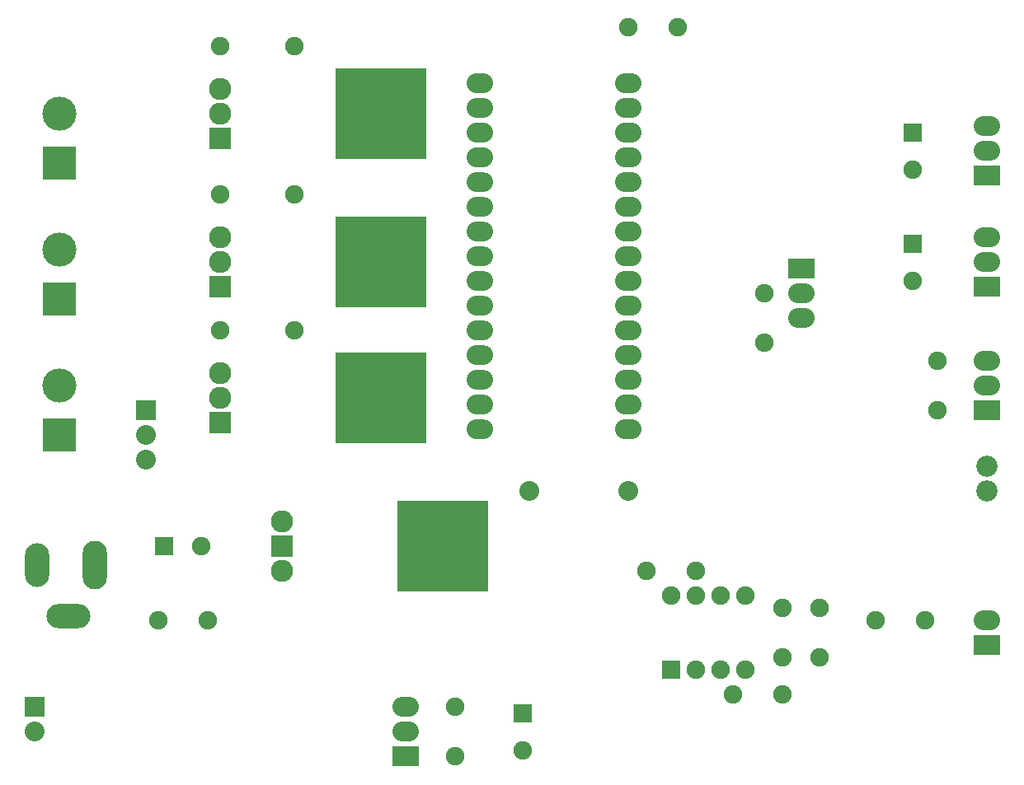
<source format=gts>
G04 #@! TF.GenerationSoftware,KiCad,Pcbnew,5.0.0-fee4fd1~66~ubuntu16.04.1*
G04 #@! TF.CreationDate,2018-09-21T19:17:15+02:00*
G04 #@! TF.ProjectId,smartbed,736D6172746265642E6B696361645F70,rev?*
G04 #@! TF.SameCoordinates,Original*
G04 #@! TF.FileFunction,Soldermask,Top*
G04 #@! TF.FilePolarity,Negative*
%FSLAX46Y46*%
G04 Gerber Fmt 4.6, Leading zero omitted, Abs format (unit mm)*
G04 Created by KiCad (PCBNEW 5.0.0-fee4fd1~66~ubuntu16.04.1) date Fri Sep 21 19:17:15 2018*
%MOMM*%
%LPD*%
G01*
G04 APERTURE LIST*
%ADD10R,9.398000X9.398000*%
%ADD11C,2.286000*%
%ADD12R,2.286000X2.286000*%
%ADD13R,2.707640X2.032000*%
%ADD14O,2.707640X2.032000*%
%ADD15R,2.032000X2.032000*%
%ADD16C,2.032000*%
%ADD17R,3.507740X3.507740*%
%ADD18C,3.507740*%
%ADD19C,2.184400*%
%ADD20R,1.905000X1.905000*%
%ADD21C,1.905000*%
%ADD22O,2.705100X2.032000*%
%ADD23O,4.508500X2.506980*%
%ADD24O,2.506980X4.508500*%
%ADD25O,2.506980X5.008880*%
G04 APERTURE END LIST*
D10*
G04 #@! TO.C,Q2*
X130810000Y-80010000D03*
D11*
X114300000Y-77470000D03*
X114300000Y-80010000D03*
D12*
X114300000Y-82550000D03*
G04 #@! TD*
D10*
G04 #@! TO.C,Q1*
X130810000Y-93980000D03*
D11*
X114300000Y-91440000D03*
X114300000Y-93980000D03*
D12*
X114300000Y-96520000D03*
G04 #@! TD*
D10*
G04 #@! TO.C,Q3*
X130810000Y-64770000D03*
D11*
X114300000Y-62230000D03*
X114300000Y-64770000D03*
D12*
X114300000Y-67310000D03*
G04 #@! TD*
D13*
G04 #@! TO.C,K3*
X193040000Y-82550000D03*
D14*
X193040000Y-80010000D03*
X193040000Y-77470000D03*
G04 #@! TD*
D13*
G04 #@! TO.C,K1*
X193040000Y-95250000D03*
D14*
X193040000Y-92710000D03*
X193040000Y-90170000D03*
G04 #@! TD*
D13*
G04 #@! TO.C,K4*
X193040000Y-71120000D03*
D14*
X193040000Y-68580000D03*
X193040000Y-66040000D03*
G04 #@! TD*
D13*
G04 #@! TO.C,RV1*
X173990000Y-80645000D03*
D14*
X173990000Y-83185000D03*
X173990000Y-85725000D03*
G04 #@! TD*
D13*
G04 #@! TO.C,K2*
X133350000Y-130810000D03*
D14*
X133350000Y-128270000D03*
X133350000Y-125730000D03*
G04 #@! TD*
D13*
G04 #@! TO.C,P2*
X193040000Y-119380000D03*
D14*
X193040000Y-116840000D03*
G04 #@! TD*
D15*
G04 #@! TO.C,JP2*
X106680000Y-95250000D03*
D16*
X106680000Y-97790000D03*
X106680000Y-100330000D03*
G04 #@! TD*
D15*
G04 #@! TO.C,JP1*
X95250000Y-125730000D03*
D16*
X95250000Y-128270000D03*
G04 #@! TD*
D17*
G04 #@! TO.C,P4*
X97790000Y-83820000D03*
D18*
X97790000Y-78740000D03*
G04 #@! TD*
D17*
G04 #@! TO.C,P5*
X97790000Y-69850000D03*
D18*
X97790000Y-64770000D03*
G04 #@! TD*
D17*
G04 #@! TO.C,P3*
X97790000Y-97790000D03*
D18*
X97790000Y-92710000D03*
G04 #@! TD*
D19*
G04 #@! TO.C,D1*
X193040000Y-103505000D03*
X193040000Y-100965000D03*
G04 #@! TD*
D20*
G04 #@! TO.C,U3*
X160655000Y-121920000D03*
D21*
X163195000Y-121920000D03*
X165735000Y-121920000D03*
X168275000Y-121920000D03*
X168275000Y-114300000D03*
X165735000Y-114300000D03*
X163195000Y-114300000D03*
X160655000Y-114300000D03*
G04 #@! TD*
G04 #@! TO.C,C1*
X186690000Y-116840000D03*
X181610000Y-116840000D03*
G04 #@! TD*
G04 #@! TO.C,C13*
X187960000Y-90170000D03*
X187960000Y-95250000D03*
G04 #@! TD*
G04 #@! TO.C,C12*
X161290000Y-55880000D03*
X156210000Y-55880000D03*
G04 #@! TD*
G04 #@! TO.C,C11*
X138430000Y-125730000D03*
X138430000Y-130810000D03*
G04 #@! TD*
G04 #@! TO.C,C10*
X172085000Y-115570000D03*
X172085000Y-120650000D03*
G04 #@! TD*
G04 #@! TO.C,C5*
X107950000Y-116840000D03*
X113030000Y-116840000D03*
G04 #@! TD*
G04 #@! TO.C,C4*
X158115000Y-111760000D03*
X163195000Y-111760000D03*
G04 #@! TD*
G04 #@! TO.C,C3*
X175895000Y-115570000D03*
X175895000Y-120650000D03*
G04 #@! TD*
G04 #@! TO.C,C2*
X167005000Y-124460000D03*
X172085000Y-124460000D03*
G04 #@! TD*
D20*
G04 #@! TO.C,C9*
X185420000Y-78105000D03*
D21*
X185420000Y-81915000D03*
G04 #@! TD*
D20*
G04 #@! TO.C,C8*
X185420000Y-66675000D03*
D21*
X185420000Y-70485000D03*
G04 #@! TD*
D20*
G04 #@! TO.C,C7*
X145415000Y-126365000D03*
D21*
X145415000Y-130175000D03*
G04 #@! TD*
D20*
G04 #@! TO.C,C6*
X108585000Y-109220000D03*
D21*
X112395000Y-109220000D03*
G04 #@! TD*
D14*
G04 #@! TO.C,U2*
X156210000Y-97155000D03*
X156210000Y-94615000D03*
X156210000Y-92075000D03*
X156210000Y-89535000D03*
X156210000Y-86995000D03*
X156210000Y-84455000D03*
X156210000Y-81915000D03*
X156210000Y-79375000D03*
X156210000Y-76835000D03*
X156210000Y-74295000D03*
X156210000Y-71755000D03*
X156210000Y-69215000D03*
X156210000Y-66675000D03*
X156210000Y-64135000D03*
X156210000Y-61595000D03*
X140970000Y-61595000D03*
X140970000Y-64135000D03*
X140970000Y-66675000D03*
X140970000Y-69215000D03*
D22*
X140970000Y-71755000D03*
X140970000Y-74295000D03*
X140970000Y-76835000D03*
X140970000Y-79375000D03*
X140970000Y-81915000D03*
X140970000Y-84455000D03*
X140970000Y-86995000D03*
X140970000Y-89535000D03*
X140970000Y-92075000D03*
X140970000Y-94615000D03*
X140970000Y-97155000D03*
G04 #@! TD*
D10*
G04 #@! TO.C,U1*
X137160000Y-109220000D03*
D11*
X120650000Y-106680000D03*
D12*
X120650000Y-109220000D03*
D11*
X120650000Y-111760000D03*
G04 #@! TD*
D21*
G04 #@! TO.C,C14*
X170180000Y-83185000D03*
X170180000Y-88265000D03*
G04 #@! TD*
G04 #@! TO.C,R10*
X121920000Y-86995000D03*
X114300000Y-86995000D03*
G04 #@! TD*
G04 #@! TO.C,R11*
X121920000Y-73025000D03*
X114300000Y-73025000D03*
G04 #@! TD*
G04 #@! TO.C,R12*
X121920000Y-57785000D03*
X114300000Y-57785000D03*
G04 #@! TD*
D16*
G04 #@! TO.C,R9*
X146050000Y-103505000D03*
X156210000Y-103505000D03*
G04 #@! TD*
D23*
G04 #@! TO.C,K5*
X98750120Y-116425980D03*
D24*
X95498920Y-111125000D03*
D25*
X101500940Y-111125000D03*
G04 #@! TD*
M02*

</source>
